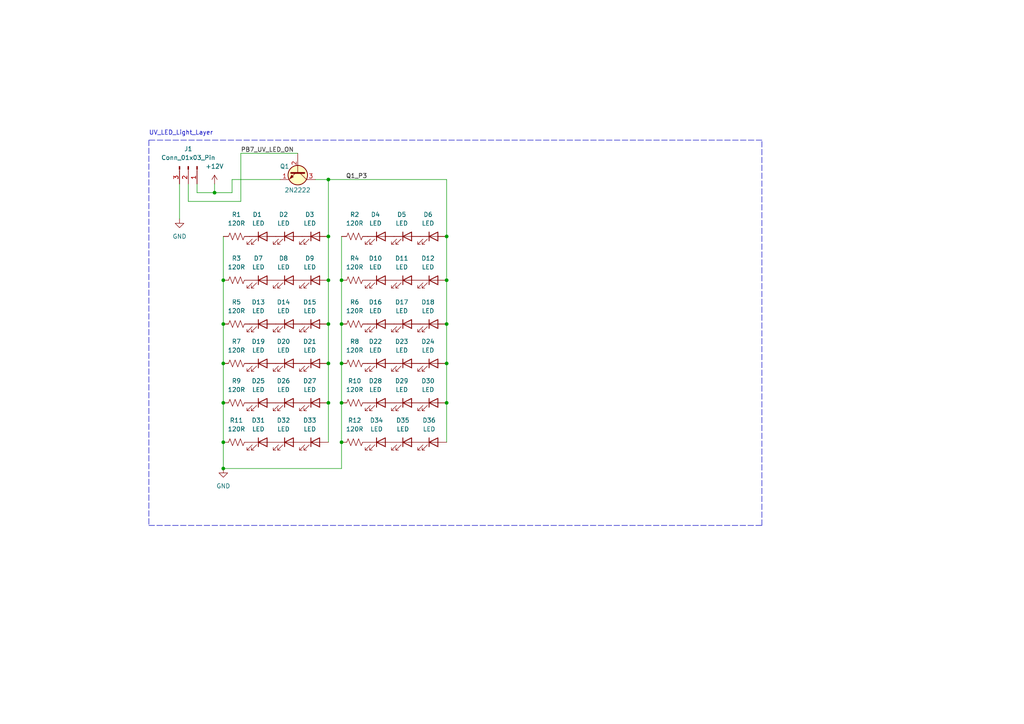
<source format=kicad_sch>
(kicad_sch (version 20230121) (generator eeschema)
  (paper "A4")
  (title_block (title "UVLED_Panel") (date "2024-02-27") (rev "1.0") (company "Sidharth Sreeram"))
  (lib_symbols
    (symbol "Connector:Conn_01x03_Pin" (pin_names (offset 1.016) hide)
      (property "Reference" "J" (at 0 5.08 0))
      (property "Value" "Conn_01x03_Pin" (at 0 -5.08 0))
      (symbol "Conn_01x03_Pin_1_1"
        (polyline (pts (xy 1.27 -2.54) (xy 0.8636 -2.54)) (stroke (width 0.1524)))
        (polyline (pts (xy 1.27 0) (xy 0.8636 0)) (stroke (width 0.1524)))
        (polyline (pts (xy 1.27 2.54) (xy 0.8636 2.54)) (stroke (width 0.1524)))
        (rectangle (start 0.8636 -2.413) (end 0 -2.667) (stroke (width 0.1524)) (fill (type outline)))
        (rectangle (start 0.8636 0.127) (end 0 -0.127) (stroke (width 0.1524)) (fill (type outline)))
        (rectangle (start 0.8636 2.667) (end 0 2.413) (stroke (width 0.1524)) (fill (type outline)))
        (pin passive line (at 5.08 2.54 180) (length 3.81) (name "Pin_1") (number "1"))
        (pin passive line (at 5.08 0 180) (length 3.81) (name "Pin_2") (number "2"))
        (pin passive line (at 5.08 -2.54 180) (length 3.81) (name "Pin_3") (number "3"))
      )
    )
    (symbol "Device:LED" (pin_numbers hide) (pin_names (offset 1.016) hide)
      (property "Reference" "D" (at 0 2.54 0))
      (property "Value" "LED" (at 0 -2.54 0))
      (symbol "LED_0_1"
        (polyline (pts (xy -1.27 -1.27) (xy -1.27 1.27)) (stroke (width 0.254)))
        (polyline (pts (xy -1.27 0) (xy 1.27 0)))
        (polyline (pts (xy 1.27 -1.27) (xy 1.27 1.27) (xy -1.27 0) (xy 1.27 -1.27)) (stroke (width 0.254)))
        (polyline (pts (xy -3.048 -0.762) (xy -4.572 -2.286) (xy -3.81 -2.286) (xy -4.572 -2.286) (xy -4.572 -1.524)))
        (polyline (pts (xy -1.778 -0.762) (xy -3.302 -2.286) (xy -2.54 -2.286) (xy -3.302 -2.286) (xy -3.302 -1.524)))
      )
      (symbol "LED_1_1"
        (pin passive line (at -3.81 0 0) (length 2.54) (name "K") (number "1"))
        (pin passive line (at 3.81 0 180) (length 2.54) (name "A") (number "2"))
      )
    )
    (symbol "Device:R_US" (pin_numbers hide) (pin_names (offset 0))
      (property "Reference" "R" (at 2.54 0 90))
      (property "Value" "R_US" (at -2.54 0 90))
      (symbol "R_US_0_1"
        (polyline (pts (xy 0 -2.286) (xy 0 -2.54)))
        (polyline (pts (xy 0 2.286) (xy 0 2.54)))
        (polyline (pts (xy 0 -0.762) (xy 1.016 -1.143) (xy 0 -1.524) (xy -1.016 -1.905) (xy 0 -2.286)))
        (polyline (pts (xy 0 0.762) (xy 1.016 0.381) (xy 0 0) (xy -1.016 -0.381) (xy 0 -0.762)))
        (polyline (pts (xy 0 2.286) (xy 1.016 1.905) (xy 0 1.524) (xy -1.016 1.143) (xy 0 0.762)))
      )
      (symbol "R_US_1_1"
        (pin passive line (at 0 3.81 270) (length 1.27) (name "~") (number "1"))
        (pin passive line (at 0 -3.81 90) (length 1.27) (name "~") (number "2"))
      )
    )
    (symbol "PCM_Transistor_BJT_AKL:2N2222" (pin_names hide)
      (property "Reference" "Q" (at 5.08 1.27 0))
      (property "Value" "2N2222" (at 5.08 -1.27 0))
      (symbol "2N2222_0_1"
        (polyline (pts (xy 0.635 0.635) (xy 2.54 2.54)))
        (polyline (pts (xy 0.635 -0.635) (xy 2.54 -2.54) (xy 2.54 -2.54)))
        (polyline (pts (xy 0.635 1.905) (xy 0.635 -1.905) (xy 0.635 -1.905)) (stroke (width 0.508)))
        (polyline (pts (xy 1.27 -1.778) (xy 1.778 -1.27) (xy 2.286 -2.286) (xy 1.27 -1.778) (xy 1.27 -1.778)) (fill (type outline)))
        (circle (center 1.27 0) (radius 2.8194) (stroke (width 0.254)) (fill (type background)))
      )
      (symbol "2N2222_1_1"
        (pin passive line (at 2.54 -5.08 90) (length 2.54) (name "E") (number "1"))
        (pin passive line (at -5.08 0 0) (length 5.715) (name "B") (number "2"))
        (pin passive line (at 2.54 5.08 270) (length 2.54) (name "C") (number "3"))
      )
    )
    (symbol "power:+12V" (power) (pin_names (offset 0))
      (property "Value" "+12V" (at 0 3.556 0))
      (symbol "+12V_0_1"
        (polyline (pts (xy -0.762 1.27) (xy 0 2.54)))
        (polyline (pts (xy 0 0) (xy 0 2.54)))
        (polyline (pts (xy 0 2.54) (xy 0.762 1.27)))
      )
      (symbol "+12V_1_1"
        (pin power_in line (at 0 0 90) (length 0) hide (name "+12V") (number "1"))
      )
    )
    (symbol "power:GND" (power) (pin_names (offset 0))
      (property "Value" "GND" (at 0 -3.81 0))
      (symbol "GND_0_1"
        (polyline (pts (xy 0 0) (xy 0 -1.27) (xy 1.27 -1.27) (xy 0 -2.54) (xy -1.27 -1.27) (xy 0 -1.27)))
      )
      (symbol "GND_1_1"
        (pin power_in line (at 0 0 270) (length 0) hide (name "GND") (number "1"))
      )
    )
  )
  (junction (at 129.54 93.98))
  (junction (at 64.77 93.98))
  (junction (at 95.25 116.84))
  (junction (at 64.77 116.84))
  (junction (at 95.25 93.98))
  (junction (at 64.77 81.28))
  (junction (at 129.54 116.84))
  (junction (at 99.06 105.41))
  (junction (at 95.25 105.41))
  (junction (at 95.25 68.58))
  (junction (at 99.06 116.84))
  (junction (at 95.25 81.28))
  (junction (at 64.77 105.41))
  (junction (at 99.06 128.27))
  (junction (at 129.54 68.58))
  (junction (at 129.54 105.41))
  (junction (at 62.23 55.88))
  (junction (at 64.77 135.89))
  (junction (at 64.77 128.27))
  (junction (at 99.06 81.28))
  (junction (at 95.25 52.07))
  (junction (at 129.54 81.28))
  (junction (at 99.06 93.98))
  (wire (pts (xy 57.15 55.88) (xy 62.23 55.88)))
  (wire (pts (xy 52.07 63.5) (xy 52.07 53.34)))
  (wire (pts (xy 69.85 44.45) (xy 69.85 58.42)))
  (wire (pts (xy 99.06 128.27) (xy 99.06 135.89)))
  (wire (pts (xy 91.44 52.07) (xy 95.25 52.07)))
  (wire (pts (xy 95.25 52.07) (xy 129.54 52.07)))
  (wire (pts (xy 95.25 68.58) (xy 95.25 81.28)))
  (wire (pts (xy 95.25 116.84) (xy 95.25 128.27)))
  (polyline (pts (xy 220.98 152.4) (xy 220.98 40.64)) (stroke (width 0) (type dash)))
  (wire (pts (xy 95.25 52.07) (xy 95.25 68.58)))
  (wire (pts (xy 64.77 81.28) (xy 64.77 93.98)))
  (wire (pts (xy 129.54 52.07) (xy 129.54 68.58)))
  (wire (pts (xy 95.25 81.28) (xy 95.25 93.98)))
  (wire (pts (xy 129.54 116.84) (xy 129.54 128.27)))
  (wire (pts (xy 69.85 44.45) (xy 86.36 44.45)))
  (wire (pts (xy 99.06 116.84) (xy 99.06 128.27)))
  (wire (pts (xy 62.23 55.88) (xy 67.31 55.88)))
  (polyline (pts (xy 43.18 152.4) (xy 220.98 152.4)) (stroke (width 0) (type dash)))
  (wire (pts (xy 129.54 105.41) (xy 129.54 116.84)))
  (wire (pts (xy 64.77 116.84) (xy 64.77 128.27)))
  (wire (pts (xy 95.25 93.98) (xy 95.25 105.41)))
  (wire (pts (xy 99.06 93.98) (xy 99.06 105.41)))
  (wire (pts (xy 54.61 58.42) (xy 69.85 58.42)))
  (wire (pts (xy 129.54 68.58) (xy 129.54 81.28)))
  (wire (pts (xy 99.06 81.28) (xy 99.06 93.98)))
  (wire (pts (xy 57.15 53.34) (xy 57.15 55.88)))
  (wire (pts (xy 129.54 81.28) (xy 129.54 93.98)))
  (polyline (pts (xy 43.18 40.64) (xy 43.18 152.4)) (stroke (width 0) (type dash)))
  (polyline (pts (xy 220.98 40.64) (xy 43.18 40.64)) (stroke (width 0) (type dash)))
  (wire (pts (xy 64.77 93.98) (xy 64.77 105.41)))
  (wire (pts (xy 129.54 93.98) (xy 129.54 105.41)))
  (wire (pts (xy 64.77 128.27) (xy 64.77 135.89)))
  (wire (pts (xy 95.25 105.41) (xy 95.25 116.84)))
  (wire (pts (xy 67.31 55.88) (xy 67.31 52.07)))
  (wire (pts (xy 62.23 53.34) (xy 62.23 55.88)))
  (wire (pts (xy 64.77 105.41) (xy 64.77 116.84)))
  (wire (pts (xy 54.61 53.34) (xy 54.61 58.42)))
  (wire (pts (xy 99.06 68.58) (xy 99.06 81.28)))
  (wire (pts (xy 99.06 105.41) (xy 99.06 116.84)))
  (wire (pts (xy 67.31 52.07) (xy 81.28 52.07)))
  (wire (pts (xy 64.77 68.58) (xy 64.77 81.28)))
  (wire (pts (xy 64.77 135.89) (xy 99.06 135.89)))
  (text "UV_LED_Light_Layer" (at 43.18 39.37 0) (effects (font (size 1.27 1.27)) (justify left bottom)))
  (label "PB7_UV_LED_ON" (at 69.85 44.45 0))
  (label "Q1_P3" (at 100.33 52.07 0))
  (symbol (lib_id "Device:LED") (at 118.11 105.41 0) (unit 1)
    (property "Reference" "D23" (at 116.5225 99.06 0))
    (property "Value" "LED" (at 116.5225 101.6 0))
    (property "Footprint" "LED_SMD:LED_1210_3225Metric_Pad1.42x2.65mm_HandSolder" (effects hide))
  )
  (symbol (lib_id "Device:LED") (at 76.2 116.84 0) (unit 1)
    (property "Reference" "D25" (at 74.93 110.49 0))
    (property "Value" "LED" (at 74.93 113.03 0))
    (property "Footprint" "LED_SMD:LED_1210_3225Metric_Pad1.42x2.65mm_HandSolder" (effects hide))
  )
  (symbol (lib_id "Device:LED") (at 125.73 68.58 0) (unit 1)
    (property "Reference" "D6" (at 124.1425 62.23 0))
    (property "Value" "LED" (at 124.1425 64.77 0))
    (property "Footprint" "LED_SMD:LED_1210_3225Metric_Pad1.42x2.65mm_HandSolder" (effects hide))
  )
  (symbol (lib_id "Device:LED") (at 83.82 81.28 0) (unit 1)
    (property "Reference" "D8" (at 82.2325 74.93 0))
    (property "Value" "LED" (at 82.2325 77.47 0))
    (property "Footprint" "LED_SMD:LED_1210_3225Metric_Pad1.42x2.65mm_HandSolder" (effects hide))
  )
  (symbol (lib_id "Device:LED") (at 91.44 105.41 0) (unit 1)
    (property "Reference" "D21" (at 89.8525 99.06 0))
    (property "Value" "LED" (at 89.8525 101.6 0))
    (property "Footprint" "LED_SMD:LED_1210_3225Metric_Pad1.42x2.65mm_HandSolder" (effects hide))
  )
  (symbol (lib_id "Device:LED") (at 76.2 105.41 0) (unit 1)
    (property "Reference" "D19" (at 74.93 99.06 0))
    (property "Value" "LED" (at 74.93 101.6 0))
    (property "Footprint" "LED_SMD:LED_1210_3225Metric_Pad1.42x2.65mm_HandSolder" (effects hide))
  )
  (symbol (lib_id "Device:LED") (at 118.11 81.28 0) (unit 1)
    (property "Reference" "D11" (at 116.5225 74.93 0))
    (property "Value" "LED" (at 116.5225 77.47 0))
    (property "Footprint" "LED_SMD:LED_1210_3225Metric_Pad1.42x2.65mm_HandSolder" (effects hide))
  )
  (symbol (lib_id "Device:LED") (at 125.73 81.28 0) (unit 1)
    (property "Reference" "D12" (at 124.1425 74.93 0))
    (property "Value" "LED" (at 124.1425 77.47 0))
    (property "Footprint" "LED_SMD:LED_1210_3225Metric_Pad1.42x2.65mm_HandSolder" (effects hide))
  )
  (symbol (lib_id "power:+12V") (at 62.23 53.34 0) (unit 1)
    (property "Reference" "#PWR01" (effects hide))
    (property "Value" "+12V" (at 62.23 48.26 0))
  )
  (symbol (lib_id "Device:LED") (at 91.44 81.28 0) (unit 1)
    (property "Reference" "D9" (at 89.8525 74.93 0))
    (property "Value" "LED" (at 89.8525 77.47 0))
    (property "Footprint" "LED_SMD:LED_1210_3225Metric_Pad1.42x2.65mm_HandSolder" (effects hide))
  )
  (symbol (lib_id "Device:LED") (at 125.73 93.98 0) (unit 1)
    (property "Reference" "D18" (at 124.1425 87.63 0))
    (property "Value" "LED" (at 124.1425 90.17 0))
    (property "Footprint" "LED_SMD:LED_1210_3225Metric_Pad1.42x2.65mm_HandSolder" (effects hide))
  )
  (symbol (lib_id "Device:LED") (at 110.49 116.84 0) (unit 1)
    (property "Reference" "D28" (at 108.9025 110.49 0))
    (property "Value" "LED" (at 108.9025 113.03 0))
    (property "Footprint" "LED_SMD:LED_1210_3225Metric_Pad1.42x2.65mm_HandSolder" (effects hide))
  )
  (symbol (lib_id "Device:R_US") (at 68.58 68.58 90) (unit 1)
    (property "Reference" "R1" (at 68.58 62.23 90))
    (property "Value" "120R" (at 68.58 64.77 90))
    (property "Footprint" "PCM_Resistor_SMD_AKL:R_0402_1005Metric_Pad0.72x0.64mm_HandSolder" (effects hide))
  )
  (symbol (lib_id "Device:LED") (at 83.82 128.27 0) (unit 1)
    (property "Reference" "D32" (at 82.2325 121.92 0))
    (property "Value" "LED" (at 82.2325 124.46 0))
    (property "Footprint" "LED_SMD:LED_1210_3225Metric_Pad1.42x2.65mm_HandSolder" (effects hide))
  )
  (symbol (lib_id "Device:LED") (at 76.2 68.58 0) (unit 1)
    (property "Reference" "D1" (at 74.6125 62.23 0))
    (property "Value" "LED" (at 74.93 64.77 0))
    (property "Footprint" "LED_SMD:LED_1210_3225Metric_Pad1.42x2.65mm_HandSolder" (effects hide))
  )
  (symbol (lib_id "Device:LED") (at 83.82 116.84 0) (unit 1)
    (property "Reference" "D26" (at 82.2325 110.49 0))
    (property "Value" "LED" (at 82.2325 113.03 0))
    (property "Footprint" "LED_SMD:LED_1210_3225Metric_Pad1.42x2.65mm_HandSolder" (effects hide))
  )
  (symbol (lib_id "Device:R_US") (at 102.87 116.84 90) (unit 1)
    (property "Reference" "R10" (at 102.87 110.49 90))
    (property "Value" "120R" (at 102.87 113.03 90))
    (property "Footprint" "PCM_Resistor_SMD_AKL:R_0402_1005Metric_Pad0.72x0.64mm_HandSolder" (effects hide))
  )
  (symbol (lib_id "Device:R_US") (at 68.58 105.41 90) (unit 1)
    (property "Reference" "R7" (at 68.58 99.06 90))
    (property "Value" "120R" (at 68.58 101.6 90))
    (property "Footprint" "PCM_Resistor_SMD_AKL:R_0402_1005Metric_Pad0.72x0.64mm_HandSolder" (effects hide))
  )
  (symbol (lib_id "Device:LED") (at 91.44 128.27 0) (unit 1)
    (property "Reference" "D33" (at 89.8525 121.92 0))
    (property "Value" "LED" (at 89.8525 124.46 0))
    (property "Footprint" "LED_SMD:LED_1210_3225Metric_Pad1.42x2.65mm_HandSolder" (effects hide))
  )
  (symbol (lib_id "Device:R_US") (at 68.58 93.98 90) (unit 1)
    (property "Reference" "R5" (at 68.58 87.63 90))
    (property "Value" "120R" (at 68.58 90.17 90))
    (property "Footprint" "PCM_Resistor_SMD_AKL:R_0402_1005Metric_Pad0.72x0.64mm_HandSolder" (effects hide))
  )
  (symbol (lib_id "Device:LED") (at 76.2 128.27 0) (unit 1)
    (property "Reference" "D31" (at 74.93 121.92 0))
    (property "Value" "LED" (at 74.93 124.46 0))
    (property "Footprint" "LED_SMD:LED_1210_3225Metric_Pad1.42x2.65mm_HandSolder" (effects hide))
  )
  (symbol (lib_id "Device:LED") (at 125.73 105.41 0) (unit 1)
    (property "Reference" "D24" (at 124.1425 99.06 0))
    (property "Value" "LED" (at 124.1425 101.6 0))
    (property "Footprint" "LED_SMD:LED_1210_3225Metric_Pad1.42x2.65mm_HandSolder" (effects hide))
  )
  (symbol (lib_id "Device:LED") (at 118.11 68.58 0) (unit 1)
    (property "Reference" "D5" (at 116.5225 62.23 0))
    (property "Value" "LED" (at 116.5225 64.77 0))
    (property "Footprint" "LED_SMD:LED_1210_3225Metric_Pad1.42x2.65mm_HandSolder" (effects hide))
  )
  (symbol (lib_id "Device:LED") (at 125.73 128.27 0) (unit 1)
    (property "Reference" "D36" (at 124.46 121.92 0))
    (property "Value" "LED" (at 124.46 124.46 0))
    (property "Footprint" "LED_SMD:LED_1210_3225Metric_Pad1.42x2.65mm_HandSolder" (effects hide))
  )
  (symbol (lib_id "Device:LED") (at 83.82 105.41 0) (unit 1)
    (property "Reference" "D20" (at 82.2325 99.06 0))
    (property "Value" "LED" (at 82.2325 101.6 0))
    (property "Footprint" "LED_SMD:LED_1210_3225Metric_Pad1.42x2.65mm_HandSolder" (effects hide))
  )
  (symbol (lib_id "Device:LED") (at 83.82 68.58 0) (unit 1)
    (property "Reference" "D2" (at 82.2325 62.23 0))
    (property "Value" "LED" (at 82.2325 64.77 0))
    (property "Footprint" "LED_SMD:LED_1210_3225Metric_Pad1.42x2.65mm_HandSolder" (effects hide))
  )
  (symbol (lib_id "Device:LED") (at 110.49 105.41 0) (unit 1)
    (property "Reference" "D22" (at 108.9025 99.06 0))
    (property "Value" "LED" (at 108.9025 101.6 0))
    (property "Footprint" "LED_SMD:LED_1210_3225Metric_Pad1.42x2.65mm_HandSolder" (effects hide))
  )
  (symbol (lib_id "Device:LED") (at 110.49 68.58 0) (unit 1)
    (property "Reference" "D4" (at 108.9025 62.23 0))
    (property "Value" "LED" (at 108.9025 64.77 0))
    (property "Footprint" "LED_SMD:LED_1210_3225Metric_Pad1.42x2.65mm_HandSolder" (effects hide))
  )
  (symbol (lib_id "Device:R_US") (at 102.87 93.98 90) (unit 1)
    (property "Reference" "R6" (at 102.87 87.63 90))
    (property "Value" "120R" (at 102.87 90.17 90))
    (property "Footprint" "PCM_Resistor_SMD_AKL:R_0402_1005Metric_Pad0.72x0.64mm_HandSolder" (effects hide))
  )
  (symbol (lib_id "Device:R_US") (at 102.87 105.41 90) (unit 1)
    (property "Reference" "R8" (at 102.87 99.06 90))
    (property "Value" "120R" (at 102.87 101.6 90))
    (property "Footprint" "PCM_Resistor_SMD_AKL:R_0402_1005Metric_Pad0.72x0.64mm_HandSolder" (effects hide))
  )
  (symbol (lib_id "Device:LED") (at 118.11 116.84 0) (unit 1)
    (property "Reference" "D29" (at 116.5225 110.49 0))
    (property "Value" "LED" (at 116.5225 113.03 0))
    (property "Footprint" "LED_SMD:LED_1210_3225Metric_Pad1.42x2.65mm_HandSolder" (effects hide))
  )
  (symbol (lib_id "Device:R_US") (at 102.87 128.27 90) (unit 1)
    (property "Reference" "R12" (at 102.87 121.92 90))
    (property "Value" "120R" (at 102.87 124.46 90))
    (property "Footprint" "PCM_Resistor_SMD_AKL:R_0402_1005Metric_Pad0.72x0.64mm_HandSolder" (effects hide))
  )
  (symbol (lib_id "Device:R_US") (at 68.58 128.27 90) (unit 1)
    (property "Reference" "R11" (at 68.58 121.92 90))
    (property "Value" "120R" (at 68.58 124.46 90))
    (property "Footprint" "PCM_Resistor_SMD_AKL:R_0402_1005Metric_Pad0.72x0.64mm_HandSolder" (effects hide))
  )
  (symbol (lib_id "Device:R_US") (at 68.58 116.84 90) (unit 1)
    (property "Reference" "R9" (at 68.58 110.49 90))
    (property "Value" "120R" (at 68.58 113.03 90))
    (property "Footprint" "PCM_Resistor_SMD_AKL:R_0402_1005Metric_Pad0.72x0.64mm_HandSolder" (effects hide))
  )
  (symbol (lib_id "Device:LED") (at 76.2 93.98 0) (unit 1)
    (property "Reference" "D13" (at 74.93 87.63 0))
    (property "Value" "LED" (at 74.93 90.17 0))
    (property "Footprint" "LED_SMD:LED_1210_3225Metric_Pad1.42x2.65mm_HandSolder" (effects hide))
  )
  (symbol (lib_id "Device:LED") (at 110.49 81.28 0) (unit 1)
    (property "Reference" "D10" (at 108.9025 74.93 0))
    (property "Value" "LED" (at 108.9025 77.47 0))
    (property "Footprint" "LED_SMD:LED_1210_3225Metric_Pad1.42x2.65mm_HandSolder" (effects hide))
  )
  (symbol (lib_id "Device:R_US") (at 102.87 81.28 90) (unit 1)
    (property "Reference" "R4" (at 102.87 74.93 90))
    (property "Value" "120R" (at 102.87 77.47 90))
    (property "Footprint" "PCM_Resistor_SMD_AKL:R_0402_1005Metric_Pad0.72x0.64mm_HandSolder" (effects hide))
  )
  (symbol (lib_id "Device:LED") (at 118.11 93.98 0) (unit 1)
    (property "Reference" "D17" (at 116.5225 87.63 0))
    (property "Value" "LED" (at 116.5225 90.17 0))
    (property "Footprint" "LED_SMD:LED_1210_3225Metric_Pad1.42x2.65mm_HandSolder" (effects hide))
  )
  (symbol (lib_id "Device:R_US") (at 102.87 68.58 90) (unit 1)
    (property "Reference" "R2" (at 102.87 62.23 90))
    (property "Value" "120R" (at 102.87 64.77 90))
    (property "Footprint" "PCM_Resistor_SMD_AKL:R_0402_1005Metric_Pad0.72x0.64mm_HandSolder" (effects hide))
  )
  (symbol (lib_id "Device:LED") (at 76.2 81.28 0) (unit 1)
    (property "Reference" "D7" (at 74.93 74.93 0))
    (property "Value" "LED" (at 74.93 77.47 0))
    (property "Footprint" "LED_SMD:LED_1210_3225Metric_Pad1.42x2.65mm_HandSolder" (effects hide))
  )
  (symbol (lib_id "Device:LED") (at 91.44 116.84 0) (unit 1)
    (property "Reference" "D27" (at 89.8525 110.49 0))
    (property "Value" "LED" (at 89.8525 113.03 0))
    (property "Footprint" "LED_SMD:LED_1210_3225Metric_Pad1.42x2.65mm_HandSolder" (effects hide))
  )
  (symbol (lib_id "power:GND") (at 64.77 135.89 0) (unit 1)
    (property "Reference" "#PWR03" (effects hide))
    (property "Value" "GND" (at 64.77 140.97 0))
  )
  (symbol (lib_id "Device:LED") (at 110.49 128.27 0) (unit 1)
    (property "Reference" "D34" (at 109.22 121.92 0))
    (property "Value" "LED" (at 109.22 124.46 0))
    (property "Footprint" "LED_SMD:LED_1210_3225Metric_Pad1.42x2.65mm_HandSolder" (effects hide))
  )
  (symbol (lib_id "power:GND") (at 52.07 63.5 0) (unit 1)
    (property "Reference" "#PWR02" (effects hide))
    (property "Value" "GND" (at 52.07 68.58 0))
  )
  (symbol (lib_id "Device:LED") (at 118.11 128.27 0) (unit 1)
    (property "Reference" "D35" (at 116.84 121.92 0))
    (property "Value" "LED" (at 116.84 124.46 0))
    (property "Footprint" "LED_SMD:LED_1210_3225Metric_Pad1.42x2.65mm_HandSolder" (effects hide))
  )
  (symbol (lib_id "Device:LED") (at 91.44 93.98 0) (unit 1)
    (property "Reference" "D15" (at 89.8525 87.63 0))
    (property "Value" "LED" (at 89.8525 90.17 0))
    (property "Footprint" "LED_SMD:LED_1210_3225Metric_Pad1.42x2.65mm_HandSolder" (effects hide))
  )
  (symbol (lib_id "Device:LED") (at 83.82 93.98 0) (unit 1)
    (property "Reference" "D14" (at 82.2325 87.63 0))
    (property "Value" "LED" (at 82.2325 90.17 0))
    (property "Footprint" "LED_SMD:LED_1210_3225Metric_Pad1.42x2.65mm_HandSolder" (effects hide))
  )
  (symbol (lib_id "Device:R_US") (at 68.58 81.28 90) (unit 1)
    (property "Reference" "R3" (at 68.58 74.93 90))
    (property "Value" "120R" (at 68.58 77.47 90))
    (property "Footprint" "PCM_Resistor_SMD_AKL:R_0402_1005Metric_Pad0.72x0.64mm_HandSolder" (effects hide))
  )
  (symbol (lib_id "PCM_Transistor_BJT_AKL:2N2222") (at 86.36 49.53 270) (unit 1)
    (property "Reference" "Q1" (at 82.55 48.26 90))
    (property "Value" "2N2222" (at 86.3132 55.139 90))
    (property "Footprint" "PCM_Package_TO_SOT_THT_AKL:TO-5-3_EBC" (effects hide))
    (property "Datasheet" "https://www.farnell.com/datasheets/296640.pdf" (effects hide))
  )
  (symbol (lib_id "Device:LED") (at 110.49 93.98 0) (unit 1)
    (property "Reference" "D16" (at 108.9025 87.63 0))
    (property "Value" "LED" (at 108.9025 90.17 0))
    (property "Footprint" "LED_SMD:LED_1210_3225Metric_Pad1.42x2.65mm_HandSolder" (effects hide))
  )
  (symbol (lib_id "Device:LED") (at 125.73 116.84 0) (unit 1)
    (property "Reference" "D30" (at 124.1425 110.49 0))
    (property "Value" "LED" (at 124.1425 113.03 0))
    (property "Footprint" "LED_SMD:LED_1210_3225Metric_Pad1.42x2.65mm_HandSolder" (effects hide))
  )
  (symbol (lib_id "Device:LED") (at 91.44 68.58 0) (unit 1)
    (property "Reference" "D3" (at 89.8525 62.23 0))
    (property "Value" "LED" (at 89.8525 64.77 0))
    (property "Footprint" "LED_SMD:LED_1210_3225Metric_Pad1.42x2.65mm_HandSolder" (effects hide))
  )
  (symbol (lib_id "Connector:Conn_01x03_Pin") (at 54.61 48.26 270) (unit 1)
    (property "Reference" "J1" (at 54.61 43.18 90))
    (property "Value" "Conn_01x03_Pin" (at 54.61 45.72 90))
    (property "Footprint" "Connector_PinHeader_2.54mm:PinHeader_1x03_P2.54mm_Vertical" (effects hide))
  )
)
</source>
